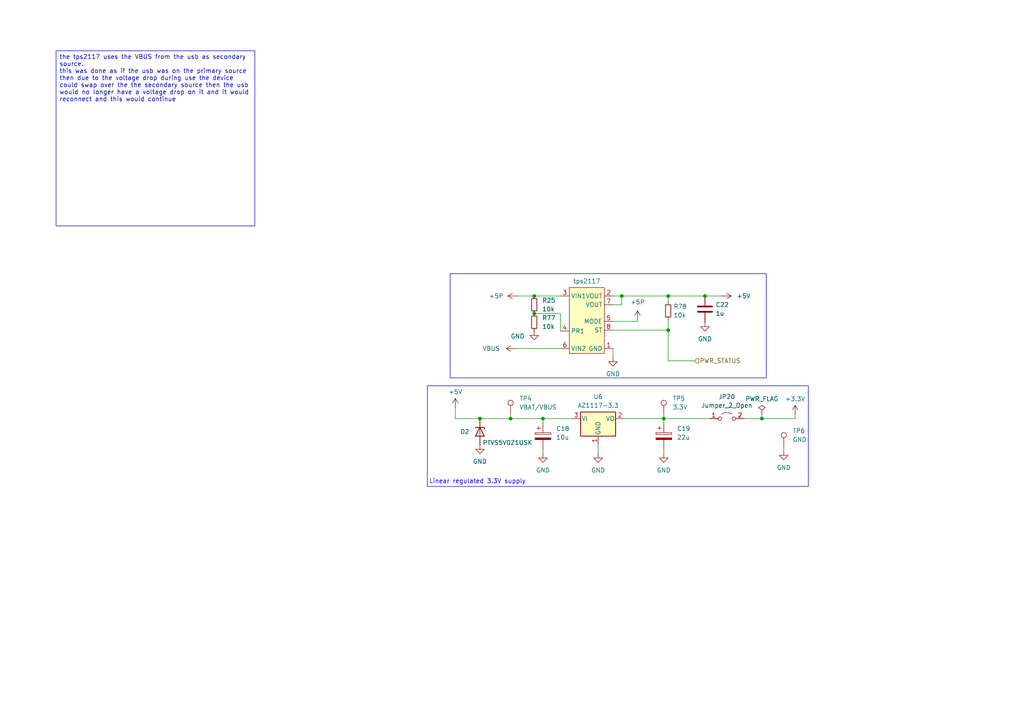
<source format=kicad_sch>
(kicad_sch (version 20231120) (generator "eeschema") (generator_version "8.0")
  (paper "A4")
  (lib_symbols
    (symbol "Connector:TestPoint" (pin_numbers hide) (pin_names (offset 0.762) hide)
      (property "Reference" "TP" (at 0 6.858 0))
      (property "Value" "TestPoint" (at 0 5.08 0))
      (symbol "TestPoint_0_1"
        (circle (center 0 3.302) (radius 0.762))
      )
      (symbol "TestPoint_1_1"
        (pin passive line (at 0 0 90) (length 2.54) (name "1") (number "1"))
      )
    )
    (symbol "Device:C" (pin_numbers hide) (pin_names (offset 0.254))
      (property "Reference" "C" (at 0.635 2.54 0))
      (property "Value" "C" (at 0.635 -2.54 0))
      (symbol "C_0_1"
        (polyline (pts (xy -2.032 -0.762) (xy 2.032 -0.762)) (stroke (width 0.508)))
        (polyline (pts (xy -2.032 0.762) (xy 2.032 0.762)) (stroke (width 0.508)))
      )
      (symbol "C_1_1"
        (pin passive line (at 0 3.81 270) (length 2.794) (name "~") (number "1"))
        (pin passive line (at 0 -3.81 90) (length 2.794) (name "~") (number "2"))
      )
    )
    (symbol "Device:C_Polarized" (pin_numbers hide) (pin_names (offset 0.254))
      (property "Reference" "C" (at 0.635 2.54 0))
      (property "Value" "C_Polarized" (at 0.635 -2.54 0))
      (symbol "C_Polarized_0_1"
        (rectangle (start -2.286 0.508) (end 2.286 1.016))
        (polyline (pts (xy -1.778 2.286) (xy -0.762 2.286)))
        (polyline (pts (xy -1.27 2.794) (xy -1.27 1.778)))
        (rectangle (start 2.286 -0.508) (end -2.286 -1.016) (fill (type outline)))
      )
      (symbol "C_Polarized_1_1"
        (pin passive line (at 0 3.81 270) (length 2.794) (name "~") (number "1"))
        (pin passive line (at 0 -3.81 90) (length 2.794) (name "~") (number "2"))
      )
    )
    (symbol "Device:R_Small" (pin_numbers hide) (pin_names (offset 0.254) hide)
      (property "Reference" "R" (at 0.762 0.508 0))
      (property "Value" "R_Small" (at 0.762 -1.016 0))
      (symbol "R_Small_0_1"
        (rectangle (start -0.762 1.778) (end 0.762 -1.778) (stroke (width 0.2032)))
      )
      (symbol "R_Small_1_1"
        (pin passive line (at 0 2.54 270) (length 0.762) (name "~") (number "1"))
        (pin passive line (at 0 -2.54 90) (length 0.762) (name "~") (number "2"))
      )
    )
    (symbol "Diode:PTVS5V0Z1USK" (pin_numbers hide) (pin_names hide)
      (property "Reference" "D" (at 0 2.54 0))
      (property "Value" "PTVS5V0Z1USK" (at 0 -2.54 0))
      (symbol "PTVS5V0Z1USK_0_1"
        (polyline (pts (xy 1.27 0) (xy -1.27 0)))
        (polyline (pts (xy -1.27 -1.27) (xy -1.27 1.27) (xy -0.762 1.27)) (stroke (width 0.254)))
        (polyline (pts (xy 1.27 -1.27) (xy 1.27 1.27) (xy -1.27 0) (xy 1.27 -1.27)) (stroke (width 0.254)))
      )
      (symbol "PTVS5V0Z1USK_1_1"
        (pin passive line (at -3.81 0 0) (length 2.54) (name "K") (number "1"))
        (pin passive line (at 3.81 0 180) (length 2.54) (name "A") (number "2"))
      )
    )
    (symbol "GND_1" (power) (pin_numbers hide) (pin_names (offset 0) hide)
      (property "Value" "GND" (at 0 -3.81 0))
      (symbol "GND_1_0_1"
        (polyline (pts (xy 0 0) (xy 0 -1.27) (xy 1.27 -1.27) (xy 0 -2.54) (xy -1.27 -1.27) (xy 0 -1.27)))
      )
      (symbol "GND_1_1_1"
        (pin power_in line (at 0 0 270) (length 0) (name "~") (number "1"))
      )
    )
    (symbol "GND_2" (power) (pin_numbers hide) (pin_names (offset 0) hide)
      (property "Value" "GND" (at 0 -3.81 0))
      (symbol "GND_2_0_1"
        (polyline (pts (xy 0 0) (xy 0 -1.27) (xy 1.27 -1.27) (xy 0 -2.54) (xy -1.27 -1.27) (xy 0 -1.27)))
      )
      (symbol "GND_2_1_1"
        (pin power_in line (at 0 0 270) (length 0) (name "~") (number "1"))
      )
    )
    (symbol "Jumper:Jumper_2_Open" (pin_names (offset 0) hide)
      (property "Reference" "JP" (at 0 2.794 0))
      (property "Value" "Jumper_2_Open" (at 0 -2.286 0))
      (symbol "Jumper_2_Open_0_0"
        (circle (center -2.032 0) (radius 0.508))
        (circle (center 2.032 0) (radius 0.508))
      )
      (symbol "Jumper_2_Open_0_1"
        (arc (start 1.524 1.27) (mid 0 1.778) (end -1.524 1.27))
      )
      (symbol "Jumper_2_Open_1_1"
        (pin passive line (at -5.08 0 0) (length 2.54) (name "A") (number "1"))
        (pin passive line (at 5.08 0 180) (length 2.54) (name "B") (number "2"))
      )
    )
    (symbol "Regulator_Linear:AZ1117-3.3" (pin_names (offset 0.254))
      (property "Reference" "U" (at -3.81 3.175 0))
      (property "Value" "AZ1117-3.3" (at 0 3.175 0))
      (symbol "AZ1117-3.3_0_1"
        (rectangle (start -5.08 1.905) (end 5.08 -5.08) (stroke (width 0.254)) (fill (type background)))
      )
      (symbol "AZ1117-3.3_1_1"
        (pin power_in line (at 0 -7.62 90) (length 2.54) (name "GND") (number "1"))
        (pin power_out line (at 7.62 0 180) (length 2.54) (name "VO") (number "2"))
        (pin power_in line (at -7.62 0 0) (length 2.54) (name "VI") (number "3"))
      )
    )
    (symbol "parts_not_in_kicad:TPS2117"
      (property "Reference" "U" (at 0 -1.778 0))
      (symbol "TPS2117_1_1"
        (rectangle (start -5.08 5.715) (end 5.08 -13.335) (fill (type background)))
        (pin input line (at 7.62 -11.938 180) (length 2.54) (name "GND") (number "1"))
        (pin output line (at 7.62 3.302 180) (length 2.54) (name "VOUT") (number "2"))
        (pin input line (at -7.62 3.302 0) (length 2.54) (name "VIN1") (number "3"))
        (pin input line (at -7.62 -6.858 0) (length 2.54) (name "PR1") (number "4"))
        (pin input line (at 7.62 -4.064 180) (length 2.54) (name "MODE") (number "5"))
        (pin input line (at -7.62 -11.938 0) (length 2.54) (name "VIN2") (number "6"))
        (pin output line (at 7.62 0.762 180) (length 2.54) (name "VOUT") (number "7"))
        (pin input line (at 7.62 -6.604 180) (length 2.54) (name "ST") (number "8"))
      )
    )
    (symbol "power:+3.3V" (power) (pin_numbers hide) (pin_names (offset 0) hide)
      (property "Value" "+3.3V" (at 0 3.556 0))
      (symbol "+3.3V_0_1"
        (polyline (pts (xy -0.762 1.27) (xy 0 2.54)))
        (polyline (pts (xy 0 0) (xy 0 2.54)))
        (polyline (pts (xy 0 2.54) (xy 0.762 1.27)))
      )
      (symbol "+3.3V_1_1"
        (pin power_in line (at 0 0 90) (length 0) (name "~") (number "1"))
      )
    )
    (symbol "power:+5P" (power) (pin_numbers hide) (pin_names (offset 0) hide)
      (property "Value" "+5P" (at 0 3.556 0))
      (symbol "+5P_0_1"
        (polyline (pts (xy -0.762 1.27) (xy 0 2.54)))
        (polyline (pts (xy 0 0) (xy 0 2.54)))
        (polyline (pts (xy 0 2.54) (xy 0.762 1.27)))
      )
      (symbol "+5P_1_1"
        (pin power_in line (at 0 0 90) (length 0) (name "~") (number "1"))
      )
    )
    (symbol "power:+5V" (power) (pin_numbers hide) (pin_names (offset 0) hide)
      (property "Value" "+5V" (at 0 3.556 0))
      (symbol "+5V_0_1"
        (polyline (pts (xy -0.762 1.27) (xy 0 2.54)))
        (polyline (pts (xy 0 0) (xy 0 2.54)))
        (polyline (pts (xy 0 2.54) (xy 0.762 1.27)))
      )
      (symbol "+5V_1_1"
        (pin power_in line (at 0 0 90) (length 0) (name "~") (number "1"))
      )
    )
    (symbol "power:PWR_FLAG" (power) (pin_numbers hide) (pin_names (offset 0) hide)
      (property "Value" "PWR_FLAG" (at 0 3.81 0))
      (symbol "PWR_FLAG_0_0"
        (pin power_out line (at 0 0 90) (length 0) (name "~") (number "1"))
      )
      (symbol "PWR_FLAG_0_1"
        (polyline (pts (xy 0 0) (xy 0 1.27) (xy -1.016 1.905) (xy 0 2.54) (xy 1.016 1.905) (xy 0 1.27)))
      )
    )
    (symbol "power:VBUS" (power) (pin_numbers hide) (pin_names (offset 0) hide)
      (property "Value" "VBUS" (at 0 3.556 0))
      (symbol "VBUS_0_1"
        (polyline (pts (xy -0.762 1.27) (xy 0 2.54)))
        (polyline (pts (xy 0 0) (xy 0 2.54)))
        (polyline (pts (xy 0 2.54) (xy 0.762 1.27)))
      )
      (symbol "VBUS_1_1"
        (pin power_in line (at 0 0 90) (length 0) (name "~") (number "1"))
      )
    )
  )
  (junction (at 154.94 85.852))
  (junction (at 193.802 85.852))
  (junction (at 180.34 85.852))
  (junction (at 193.802 95.758))
  (junction (at 154.94 90.932))
  (junction (at 204.47 85.852))
  (junction (at 148.082 121.412))
  (junction (at 220.98 121.412))
  (junction (at 139.192 121.412))
  (junction (at 192.532 121.412))
  (junction (at 157.48 121.412))
  (wire (pts (xy 154.94 90.932) (xy 162.56 90.932)))
  (wire (pts (xy 180.34 88.392) (xy 180.34 85.852)))
  (wire (pts (xy 204.47 85.852) (xy 193.802 85.852)))
  (wire (pts (xy 193.802 87.63) (xy 193.802 85.852)))
  (wire (pts (xy 184.912 93.218) (xy 184.912 92.71)))
  (wire (pts (xy 177.8 95.758) (xy 193.802 95.758)))
  (wire (pts (xy 192.532 130.302) (xy 192.532 131.572)))
  (wire (pts (xy 149.86 85.852) (xy 154.94 85.852)))
  (wire (pts (xy 177.8 101.092) (xy 177.8 103.632)))
  (wire (pts (xy 227.33 129.54) (xy 227.33 130.81)))
  (wire (pts (xy 220.98 121.412) (xy 230.632 121.412)))
  (wire (pts (xy 192.532 120.142) (xy 192.532 121.412)))
  (wire (pts (xy 193.802 92.71) (xy 193.802 95.758)))
  (wire (pts (xy 162.56 101.092) (xy 149.352 101.092)))
  (wire (pts (xy 157.48 121.412) (xy 165.862 121.412)))
  (wire (pts (xy 180.34 85.852) (xy 177.8 85.852)))
  (wire (pts (xy 230.632 120.142) (xy 230.632 121.412)))
  (wire (pts (xy 193.802 95.758) (xy 193.802 104.648)))
  (wire (pts (xy 220.98 120.142) (xy 220.98 121.412)))
  (wire (pts (xy 193.802 104.648) (xy 201.422 104.648)))
  (wire (pts (xy 139.192 121.412) (xy 148.082 121.412)))
  (wire (pts (xy 154.94 85.852) (xy 162.56 85.852)))
  (wire (pts (xy 192.532 121.412) (xy 192.532 122.682)))
  (wire (pts (xy 162.56 90.932) (xy 162.56 96.012)))
  (wire (pts (xy 157.48 130.302) (xy 157.48 131.572)))
  (wire (pts (xy 173.482 129.032) (xy 173.482 131.572)))
  (wire (pts (xy 181.102 121.412) (xy 192.532 121.412)))
  (wire (pts (xy 177.8 93.218) (xy 184.912 93.218)))
  (wire (pts (xy 132.08 118.11) (xy 132.08 121.412)))
  (wire (pts (xy 157.48 121.412) (xy 157.48 122.682)))
  (wire (pts (xy 209.55 85.852) (xy 204.47 85.852)))
  (wire (pts (xy 157.48 121.412) (xy 148.082 121.412)))
  (wire (pts (xy 192.532 121.412) (xy 205.74 121.412)))
  (wire (pts (xy 177.8 88.392) (xy 180.34 88.392)))
  (wire (pts (xy 180.34 85.852) (xy 193.802 85.852)))
  (wire (pts (xy 215.9 121.412) (xy 220.98 121.412)))
  (wire (pts (xy 148.082 120.142) (xy 148.082 121.412)))
  (wire (pts (xy 132.08 121.412) (xy 139.192 121.412)))
  (rectangle (start 130.556 79.375) (end 222.25 109.601))
  (rectangle (start 123.952 111.887) (end 234.442 141.097))
  (text_box "the tps2117 uses the VBUS from the usb as secondary source.\nthis was done as if the usb was on the primary source then due to the voltage drop during use the device could swap over the the secondary source then the usb would no longer have a voltage drop on it and it would reconnect and this would continue " (at 16.256 14.732 0) (size 57.658 50.8) (effects (font (size 1.27 1.27)) (justify left top)))
  (text "Linear regulated 3.3V supply\n" (at 124.46 140.462 0) (effects (font (size 1.27 1.27)) (justify left bottom)))
  (hierarchical_label "PWR_STATUS" (shape input) (at 201.422 104.648 0))
  (symbol (lib_name "GND_2") (lib_id "power:GND") (at 192.532 131.572 0) (unit 1)
    (property "Reference" "#PWR042" (effects (hide yes)))
    (property "Value" "GND" (at 192.532 136.398 0))
    (property "Description" "Power symbol creates a global label with name \"GND\" , ground" (effects (hide yes)))
  )
  (symbol (lib_id "Connector:TestPoint") (at 227.33 129.54 0) (unit 1)
    (property "Reference" "TP6" (at 229.87 124.968 0) (effects (justify left)))
    (property "Value" "GND" (at 229.87 127.508 0) (effects (justify left)))
    (property "Footprint" "TestPoint:TestPoint_Pad_D1.5mm" (effects (hide yes)))
  )
  (symbol (lib_id "power:+5V") (at 132.08 118.11 0) (unit 1)
    (property "Reference" "#PWR014" (effects (hide yes)))
    (property "Value" "+5V" (at 132.08 113.665 0))
    (property "Description" "Power symbol creates a global label with name \"+5V\"" (effects (hide yes)))
  )
  (symbol (lib_id "Device:R_Small") (at 154.94 88.392 0) (unit 1)
    (property "Reference" "R25" (at 157.226 87.1219 0) (effects (justify left)))
    (property "Value" "10k" (at 157.226 89.6619 0) (effects (justify left)))
    (property "Footprint" "Resistor_SMD:R_0603_1608Metric_Pad0.98x0.95mm_HandSolder" (effects (hide yes)))
    (property "Description" "Resistor, small symbol" (effects (hide yes)))
  )
  (symbol (lib_id "Connector:TestPoint") (at 192.532 120.142 0) (unit 1)
    (property "Reference" "TP5" (at 195.072 115.57 0) (effects (justify left)))
    (property "Value" "3.3V" (at 195.072 118.11 0) (effects (justify left)))
    (property "Footprint" "TestPoint:TestPoint_Pad_D1.5mm" (effects (hide yes)))
  )
  (symbol (lib_name "GND_2") (lib_id "power:GND") (at 204.47 93.472 0) (unit 1)
    (property "Reference" "#PWR0294" (effects (hide yes)))
    (property "Value" "GND" (at 204.47 98.298 0))
    (property "Description" "Power symbol creates a global label with name \"GND\" , ground" (effects (hide yes)))
  )
  (symbol (lib_name "GND_2") (lib_id "power:GND") (at 177.8 103.632 0) (unit 1)
    (property "Reference" "#PWR0292" (effects (hide yes)))
    (property "Value" "GND" (at 177.8 108.458 0))
    (property "Description" "Power symbol creates a global label with name \"GND\" , ground" (effects (hide yes)))
  )
  (symbol (lib_id "power:+3.3V") (at 230.632 120.142 0) (unit 1)
    (property "Reference" "#PWR091" (effects (hide yes)))
    (property "Value" "+3.3V" (at 230.632 115.697 0))
    (property "Description" "Power symbol creates a global label with name \"+3.3V\"" (effects (hide yes)))
  )
  (symbol (lib_id "Connector:TestPoint") (at 148.082 120.142 0) (unit 1)
    (property "Reference" "TP4" (at 150.622 115.5699 0) (effects (justify left)))
    (property "Value" "VBAT/VBUS" (at 150.622 118.1099 0) (effects (justify left)))
    (property "Footprint" "TestPoint:TestPoint_Pad_D1.5mm" (effects (hide yes)))
  )
  (symbol (lib_id "Device:C_Polarized") (at 157.48 126.492 0) (unit 1)
    (property "Reference" "C18" (at 161.29 124.333 0) (effects (justify left)))
    (property "Value" "10u" (at 161.29 126.873 0) (effects (justify left)))
    (property "Footprint" "Capacitor_SMD:C_0603_1608Metric_Pad1.08x0.95mm_HandSolder" (effects (hide yes)))
  )
  (symbol (lib_id "Device:R_Small") (at 154.94 93.472 0) (unit 1)
    (property "Reference" "R77" (at 157.226 92.2019 0) (effects (justify left)))
    (property "Value" "10k" (at 157.226 94.7419 0) (effects (justify left)))
    (property "Footprint" "Resistor_SMD:R_0603_1608Metric_Pad0.98x0.95mm_HandSolder" (effects (hide yes)))
    (property "Description" "Resistor, small symbol" (effects (hide yes)))
  )
  (symbol (lib_id "power:+5V") (at 209.55 85.852 270) (unit 1)
    (property "Reference" "#PWR0289" (effects (hide yes)))
    (property "Value" "+5V" (at 213.614 85.8519 90) (effects (justify left)))
    (property "Description" "Power symbol creates a global label with name \"+5V\"" (effects (hide yes)))
  )
  (symbol (lib_id "power:PWR_FLAG") (at 220.98 120.142 0) (unit 1)
    (property "Reference" "#FLG01" (effects (hide yes)))
    (property "Value" "PWR_FLAG" (at 220.98 115.697 0))
    (property "Description" "Special symbol for telling ERC where power comes from" (effects (hide yes)))
  )
  (symbol (lib_name "GND_2") (lib_id "power:GND") (at 157.48 131.572 0) (unit 1)
    (property "Reference" "#PWR040" (effects (hide yes)))
    (property "Value" "GND" (at 157.48 136.398 0))
    (property "Description" "Power symbol creates a global label with name \"GND\" , ground" (effects (hide yes)))
  )
  (symbol (lib_id "power:VBUS") (at 149.352 101.092 90) (unit 1)
    (property "Reference" "#PWR0288" (effects (hide yes)))
    (property "Value" "VBUS" (at 145.034 101.0919 90) (effects (justify left)))
    (property "Description" "Power symbol creates a global label with name \"VBUS\"" (effects (hide yes)))
  )
  (symbol (lib_id "power:+5P") (at 149.86 85.852 90) (unit 1)
    (property "Reference" "#PWR0291" (effects (hide yes)))
    (property "Value" "+5P" (at 146.05 85.8519 90) (effects (justify left)))
    (property "Description" "Power symbol creates a global label with name \"+5P\"" (effects (hide yes)))
  )
  (symbol (lib_id "Jumper:Jumper_2_Open") (at 210.82 121.412 0) (unit 1)
    (property "Reference" "JP20" (at 210.82 115.062 0))
    (property "Value" "Jumper_2_Open" (at 210.82 117.602 0))
    (property "Footprint" "Jumper:SolderJumper-2_P1.3mm_Open_TrianglePad1.0x1.5mm" (effects (hide yes)))
    (property "Description" "Jumper, 2-pole, open" (effects (hide yes)))
  )
  (symbol (lib_id "parts_not_in_kicad:TPS2117") (at 170.18 89.154 0) (unit 1)
    (property "Reference" "U1" (effects (hide yes)))
    (property "Value" "tps2117" (at 170.18 81.534 0))
    (property "Footprint" "Package_TO_SOT_SMD:SOT-583-8" (effects (hide yes)))
    (property "Datasheet" "https://www.ti.com/lit/ds/symlink/tps2117.pdf?ts=1701351126648&ref_url=https%253A%252F%252Fwww.google.com%252F" (effects (hide yes)))
  )
  (symbol (lib_name "GND_2") (lib_id "power:GND") (at 139.192 129.032 0) (unit 1)
    (property "Reference" "#PWR026" (effects (hide yes)))
    (property "Value" "GND" (at 139.192 133.858 0))
    (property "Description" "Power symbol creates a global label with name \"GND\" , ground" (effects (hide yes)))
  )
  (symbol (lib_id "Device:R_Small") (at 193.802 90.17 0) (unit 1)
    (property "Reference" "R78" (at 195.326 88.8999 0) (effects (justify left)))
    (property "Value" "10k" (at 195.326 91.4399 0) (effects (justify left)))
    (property "Footprint" "Resistor_SMD:R_0603_1608Metric_Pad0.98x0.95mm_HandSolder" (effects (hide yes)))
    (property "Description" "Resistor, small symbol" (effects (hide yes)))
  )
  (symbol (lib_id "power:+5P") (at 184.912 92.71 0) (unit 1)
    (property "Reference" "#PWR0293" (effects (hide yes)))
    (property "Value" "+5P" (at 184.912 87.63 0))
    (property "Description" "Power symbol creates a global label with name \"+5P\"" (effects (hide yes)))
  )
  (symbol (lib_name "GND_2") (lib_id "power:GND") (at 227.33 130.81 0) (unit 1)
    (property "Reference" "#PWR043" (effects (hide yes)))
    (property "Value" "GND" (at 227.33 135.636 0))
    (property "Description" "Power symbol creates a global label with name \"GND\" , ground" (effects (hide yes)))
  )
  (symbol (lib_name "GND_1") (lib_id "power:GND") (at 154.94 96.012 0) (unit 1)
    (property "Reference" "#PWR0290" (effects (hide yes)))
    (property "Value" "GND" (at 150.114 97.536 0))
    (property "Description" "Power symbol creates a global label with name \"GND\" , ground" (effects (hide yes)))
  )
  (symbol (lib_id "Device:C_Polarized") (at 192.532 126.492 0) (unit 1)
    (property "Reference" "C19" (at 196.342 124.333 0) (effects (justify left)))
    (property "Value" "22u" (at 196.342 126.873 0) (effects (justify left)))
    (property "Footprint" "Capacitor_SMD:C_0603_1608Metric_Pad1.08x0.95mm_HandSolder" (effects (hide yes)))
  )
  (symbol (lib_id "Device:C") (at 204.47 89.662 0) (unit 1)
    (property "Reference" "C22" (at 207.518 88.3919 0) (effects (justify left)))
    (property "Value" "1u" (at 207.518 90.9319 0) (effects (justify left)))
    (property "Footprint" "Capacitor_SMD:C_0603_1608Metric_Pad1.08x0.95mm_HandSolder" (effects (hide yes)))
    (property "Description" "Unpolarized capacitor" (effects (hide yes)))
  )
  (symbol (lib_id "Regulator_Linear:AZ1117-3.3") (at 173.482 121.412 0) (unit 1)
    (property "Reference" "U6" (at 173.482 115.062 0))
    (property "Value" "AZ1117-3.3" (at 173.482 117.602 0))
    (property "Footprint" "Package_TO_SOT_SMD:SOT-223" (effects (hide yes)))
    (property "Datasheet" "https://www.diodes.com/assets/Datasheets/AZ1117.pdf" (effects (hide yes)))
  )
  (symbol (lib_name "GND_2") (lib_id "power:GND") (at 173.482 131.572 0) (unit 1)
    (property "Reference" "#PWR041" (effects (hide yes)))
    (property "Value" "GND" (at 173.482 136.398 0))
    (property "Description" "Power symbol creates a global label with name \"GND\" , ground" (effects (hide yes)))
  )
  (symbol (lib_id "Diode:PTVS5V0Z1USK") (at 139.192 125.222 270) (unit 1)
    (property "Reference" "D2" (at 133.477 125.222 90) (effects (justify left)))
    (property "Value" "PTVS5V0Z1USK" (at 139.954 128.397 90) (effects (justify left)))
    (property "Footprint" "Diode_SMD:Nexperia_DSN1608-2_1.6x0.8mm" (effects (hide yes)))
    (property "Datasheet" "https://assets.nexperia.com/documents/data-sheet/PTVS5V0Z1USK.pdf" (effects (hide yes)))
    (property "Description" "5V, 1200W TVS unidirectional diode, DSN1608-2" (effects (hide yes)))
  )
)
</source>
